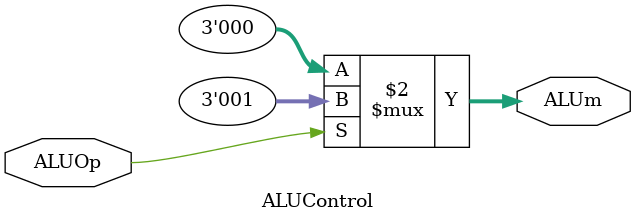
<source format=v>
`timescale 1ns / 1ps


module ALUControl(
    input   ALUOp,
    output[2:0] ALUm//ALU¿ØÖÆÐÅºÅ
    );
assign ALUm=(ALUOp==1'b1) ? 3'b001:3'b000;//ALUopÎª1Ê±beqÅÐ¶ÏÁ½ÊýÊÇ·ñÎª0£¬Îª¼õ·¨£¬·ñÔòÎª¼Ó·¨
endmodule

</source>
